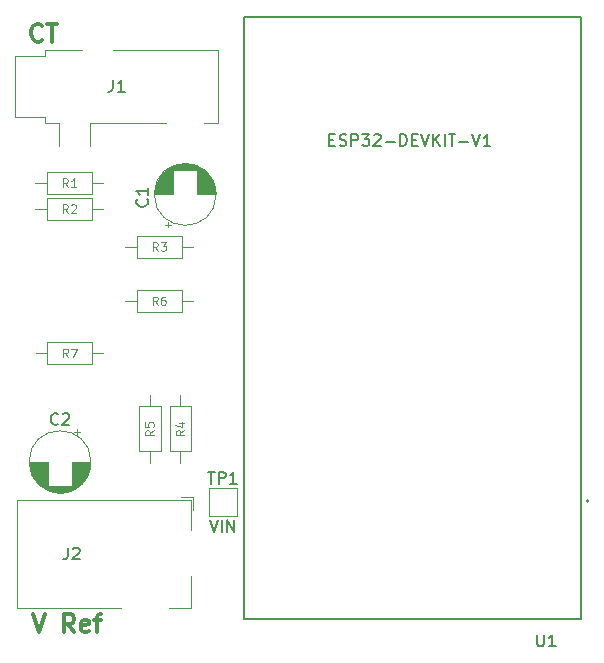
<source format=gbr>
%TF.GenerationSoftware,KiCad,Pcbnew,7.0.2-6a45011f42~172~ubuntu22.04.1*%
%TF.CreationDate,2023-05-01T21:07:46+01:00*%
%TF.ProjectId,esp32-emon,65737033-322d-4656-9d6f-6e2e6b696361,rev?*%
%TF.SameCoordinates,Original*%
%TF.FileFunction,Legend,Top*%
%TF.FilePolarity,Positive*%
%FSLAX46Y46*%
G04 Gerber Fmt 4.6, Leading zero omitted, Abs format (unit mm)*
G04 Created by KiCad (PCBNEW 7.0.2-6a45011f42~172~ubuntu22.04.1) date 2023-05-01 21:07:46*
%MOMM*%
%LPD*%
G01*
G04 APERTURE LIST*
%ADD10C,0.300000*%
%ADD11C,0.150000*%
%ADD12C,0.108000*%
%ADD13C,0.120000*%
%ADD14C,0.127000*%
%ADD15C,0.200000*%
G04 APERTURE END LIST*
D10*
X143092857Y-30073571D02*
X143021429Y-30145000D01*
X143021429Y-30145000D02*
X142807143Y-30216428D01*
X142807143Y-30216428D02*
X142664286Y-30216428D01*
X142664286Y-30216428D02*
X142450000Y-30145000D01*
X142450000Y-30145000D02*
X142307143Y-30002142D01*
X142307143Y-30002142D02*
X142235714Y-29859285D01*
X142235714Y-29859285D02*
X142164286Y-29573571D01*
X142164286Y-29573571D02*
X142164286Y-29359285D01*
X142164286Y-29359285D02*
X142235714Y-29073571D01*
X142235714Y-29073571D02*
X142307143Y-28930714D01*
X142307143Y-28930714D02*
X142450000Y-28787857D01*
X142450000Y-28787857D02*
X142664286Y-28716428D01*
X142664286Y-28716428D02*
X142807143Y-28716428D01*
X142807143Y-28716428D02*
X143021429Y-28787857D01*
X143021429Y-28787857D02*
X143092857Y-28859285D01*
X143521429Y-28716428D02*
X144378572Y-28716428D01*
X143950000Y-30216428D02*
X143950000Y-28716428D01*
X142307143Y-78716428D02*
X142807143Y-80216428D01*
X142807143Y-80216428D02*
X143307143Y-78716428D01*
X145807142Y-80216428D02*
X145307142Y-79502142D01*
X144949999Y-80216428D02*
X144949999Y-78716428D01*
X144949999Y-78716428D02*
X145521428Y-78716428D01*
X145521428Y-78716428D02*
X145664285Y-78787857D01*
X145664285Y-78787857D02*
X145735714Y-78859285D01*
X145735714Y-78859285D02*
X145807142Y-79002142D01*
X145807142Y-79002142D02*
X145807142Y-79216428D01*
X145807142Y-79216428D02*
X145735714Y-79359285D01*
X145735714Y-79359285D02*
X145664285Y-79430714D01*
X145664285Y-79430714D02*
X145521428Y-79502142D01*
X145521428Y-79502142D02*
X144949999Y-79502142D01*
X147021428Y-80145000D02*
X146878571Y-80216428D01*
X146878571Y-80216428D02*
X146592857Y-80216428D01*
X146592857Y-80216428D02*
X146449999Y-80145000D01*
X146449999Y-80145000D02*
X146378571Y-80002142D01*
X146378571Y-80002142D02*
X146378571Y-79430714D01*
X146378571Y-79430714D02*
X146449999Y-79287857D01*
X146449999Y-79287857D02*
X146592857Y-79216428D01*
X146592857Y-79216428D02*
X146878571Y-79216428D01*
X146878571Y-79216428D02*
X147021428Y-79287857D01*
X147021428Y-79287857D02*
X147092857Y-79430714D01*
X147092857Y-79430714D02*
X147092857Y-79573571D01*
X147092857Y-79573571D02*
X146378571Y-79716428D01*
X147521428Y-79216428D02*
X148092856Y-79216428D01*
X147735713Y-80216428D02*
X147735713Y-78930714D01*
X147735713Y-78930714D02*
X147807142Y-78787857D01*
X147807142Y-78787857D02*
X147949999Y-78716428D01*
X147949999Y-78716428D02*
X148092856Y-78716428D01*
D11*
%TO.C,C2*%
X144433333Y-62567380D02*
X144385714Y-62615000D01*
X144385714Y-62615000D02*
X144242857Y-62662619D01*
X144242857Y-62662619D02*
X144147619Y-62662619D01*
X144147619Y-62662619D02*
X144004762Y-62615000D01*
X144004762Y-62615000D02*
X143909524Y-62519761D01*
X143909524Y-62519761D02*
X143861905Y-62424523D01*
X143861905Y-62424523D02*
X143814286Y-62234047D01*
X143814286Y-62234047D02*
X143814286Y-62091190D01*
X143814286Y-62091190D02*
X143861905Y-61900714D01*
X143861905Y-61900714D02*
X143909524Y-61805476D01*
X143909524Y-61805476D02*
X144004762Y-61710238D01*
X144004762Y-61710238D02*
X144147619Y-61662619D01*
X144147619Y-61662619D02*
X144242857Y-61662619D01*
X144242857Y-61662619D02*
X144385714Y-61710238D01*
X144385714Y-61710238D02*
X144433333Y-61757857D01*
X144814286Y-61757857D02*
X144861905Y-61710238D01*
X144861905Y-61710238D02*
X144957143Y-61662619D01*
X144957143Y-61662619D02*
X145195238Y-61662619D01*
X145195238Y-61662619D02*
X145290476Y-61710238D01*
X145290476Y-61710238D02*
X145338095Y-61757857D01*
X145338095Y-61757857D02*
X145385714Y-61853095D01*
X145385714Y-61853095D02*
X145385714Y-61948333D01*
X145385714Y-61948333D02*
X145338095Y-62091190D01*
X145338095Y-62091190D02*
X144766667Y-62662619D01*
X144766667Y-62662619D02*
X145385714Y-62662619D01*
%TO.C,U1*%
X184993095Y-80422619D02*
X184993095Y-81232142D01*
X184993095Y-81232142D02*
X185040714Y-81327380D01*
X185040714Y-81327380D02*
X185088333Y-81375000D01*
X185088333Y-81375000D02*
X185183571Y-81422619D01*
X185183571Y-81422619D02*
X185374047Y-81422619D01*
X185374047Y-81422619D02*
X185469285Y-81375000D01*
X185469285Y-81375000D02*
X185516904Y-81327380D01*
X185516904Y-81327380D02*
X185564523Y-81232142D01*
X185564523Y-81232142D02*
X185564523Y-80422619D01*
X186564523Y-81422619D02*
X185993095Y-81422619D01*
X186278809Y-81422619D02*
X186278809Y-80422619D01*
X186278809Y-80422619D02*
X186183571Y-80565476D01*
X186183571Y-80565476D02*
X186088333Y-80660714D01*
X186088333Y-80660714D02*
X185993095Y-80708333D01*
X167414286Y-38538809D02*
X167747619Y-38538809D01*
X167890476Y-39062619D02*
X167414286Y-39062619D01*
X167414286Y-39062619D02*
X167414286Y-38062619D01*
X167414286Y-38062619D02*
X167890476Y-38062619D01*
X168271429Y-39015000D02*
X168414286Y-39062619D01*
X168414286Y-39062619D02*
X168652381Y-39062619D01*
X168652381Y-39062619D02*
X168747619Y-39015000D01*
X168747619Y-39015000D02*
X168795238Y-38967380D01*
X168795238Y-38967380D02*
X168842857Y-38872142D01*
X168842857Y-38872142D02*
X168842857Y-38776904D01*
X168842857Y-38776904D02*
X168795238Y-38681666D01*
X168795238Y-38681666D02*
X168747619Y-38634047D01*
X168747619Y-38634047D02*
X168652381Y-38586428D01*
X168652381Y-38586428D02*
X168461905Y-38538809D01*
X168461905Y-38538809D02*
X168366667Y-38491190D01*
X168366667Y-38491190D02*
X168319048Y-38443571D01*
X168319048Y-38443571D02*
X168271429Y-38348333D01*
X168271429Y-38348333D02*
X168271429Y-38253095D01*
X168271429Y-38253095D02*
X168319048Y-38157857D01*
X168319048Y-38157857D02*
X168366667Y-38110238D01*
X168366667Y-38110238D02*
X168461905Y-38062619D01*
X168461905Y-38062619D02*
X168700000Y-38062619D01*
X168700000Y-38062619D02*
X168842857Y-38110238D01*
X169271429Y-39062619D02*
X169271429Y-38062619D01*
X169271429Y-38062619D02*
X169652381Y-38062619D01*
X169652381Y-38062619D02*
X169747619Y-38110238D01*
X169747619Y-38110238D02*
X169795238Y-38157857D01*
X169795238Y-38157857D02*
X169842857Y-38253095D01*
X169842857Y-38253095D02*
X169842857Y-38395952D01*
X169842857Y-38395952D02*
X169795238Y-38491190D01*
X169795238Y-38491190D02*
X169747619Y-38538809D01*
X169747619Y-38538809D02*
X169652381Y-38586428D01*
X169652381Y-38586428D02*
X169271429Y-38586428D01*
X170176191Y-38062619D02*
X170795238Y-38062619D01*
X170795238Y-38062619D02*
X170461905Y-38443571D01*
X170461905Y-38443571D02*
X170604762Y-38443571D01*
X170604762Y-38443571D02*
X170700000Y-38491190D01*
X170700000Y-38491190D02*
X170747619Y-38538809D01*
X170747619Y-38538809D02*
X170795238Y-38634047D01*
X170795238Y-38634047D02*
X170795238Y-38872142D01*
X170795238Y-38872142D02*
X170747619Y-38967380D01*
X170747619Y-38967380D02*
X170700000Y-39015000D01*
X170700000Y-39015000D02*
X170604762Y-39062619D01*
X170604762Y-39062619D02*
X170319048Y-39062619D01*
X170319048Y-39062619D02*
X170223810Y-39015000D01*
X170223810Y-39015000D02*
X170176191Y-38967380D01*
X171176191Y-38157857D02*
X171223810Y-38110238D01*
X171223810Y-38110238D02*
X171319048Y-38062619D01*
X171319048Y-38062619D02*
X171557143Y-38062619D01*
X171557143Y-38062619D02*
X171652381Y-38110238D01*
X171652381Y-38110238D02*
X171700000Y-38157857D01*
X171700000Y-38157857D02*
X171747619Y-38253095D01*
X171747619Y-38253095D02*
X171747619Y-38348333D01*
X171747619Y-38348333D02*
X171700000Y-38491190D01*
X171700000Y-38491190D02*
X171128572Y-39062619D01*
X171128572Y-39062619D02*
X171747619Y-39062619D01*
X172176191Y-38681666D02*
X172938096Y-38681666D01*
X173414286Y-39062619D02*
X173414286Y-38062619D01*
X173414286Y-38062619D02*
X173652381Y-38062619D01*
X173652381Y-38062619D02*
X173795238Y-38110238D01*
X173795238Y-38110238D02*
X173890476Y-38205476D01*
X173890476Y-38205476D02*
X173938095Y-38300714D01*
X173938095Y-38300714D02*
X173985714Y-38491190D01*
X173985714Y-38491190D02*
X173985714Y-38634047D01*
X173985714Y-38634047D02*
X173938095Y-38824523D01*
X173938095Y-38824523D02*
X173890476Y-38919761D01*
X173890476Y-38919761D02*
X173795238Y-39015000D01*
X173795238Y-39015000D02*
X173652381Y-39062619D01*
X173652381Y-39062619D02*
X173414286Y-39062619D01*
X174414286Y-38538809D02*
X174747619Y-38538809D01*
X174890476Y-39062619D02*
X174414286Y-39062619D01*
X174414286Y-39062619D02*
X174414286Y-38062619D01*
X174414286Y-38062619D02*
X174890476Y-38062619D01*
X175176191Y-38062619D02*
X175509524Y-39062619D01*
X175509524Y-39062619D02*
X175842857Y-38062619D01*
X176176191Y-39062619D02*
X176176191Y-38062619D01*
X176747619Y-39062619D02*
X176319048Y-38491190D01*
X176747619Y-38062619D02*
X176176191Y-38634047D01*
X177176191Y-39062619D02*
X177176191Y-38062619D01*
X177509524Y-38062619D02*
X178080952Y-38062619D01*
X177795238Y-39062619D02*
X177795238Y-38062619D01*
X178414286Y-38681666D02*
X179176191Y-38681666D01*
X179509524Y-38062619D02*
X179842857Y-39062619D01*
X179842857Y-39062619D02*
X180176190Y-38062619D01*
X181033333Y-39062619D02*
X180461905Y-39062619D01*
X180747619Y-39062619D02*
X180747619Y-38062619D01*
X180747619Y-38062619D02*
X180652381Y-38205476D01*
X180652381Y-38205476D02*
X180557143Y-38300714D01*
X180557143Y-38300714D02*
X180461905Y-38348333D01*
D12*
%TO.C,R4*%
X155133085Y-63119999D02*
X154790228Y-63359999D01*
X155133085Y-63531428D02*
X154413085Y-63531428D01*
X154413085Y-63531428D02*
X154413085Y-63257142D01*
X154413085Y-63257142D02*
X154447371Y-63188571D01*
X154447371Y-63188571D02*
X154481657Y-63154285D01*
X154481657Y-63154285D02*
X154550228Y-63119999D01*
X154550228Y-63119999D02*
X154653085Y-63119999D01*
X154653085Y-63119999D02*
X154721657Y-63154285D01*
X154721657Y-63154285D02*
X154755942Y-63188571D01*
X154755942Y-63188571D02*
X154790228Y-63257142D01*
X154790228Y-63257142D02*
X154790228Y-63531428D01*
X154653085Y-62502857D02*
X155133085Y-62502857D01*
X154378800Y-62674285D02*
X154893085Y-62845714D01*
X154893085Y-62845714D02*
X154893085Y-62399999D01*
%TO.C,R3*%
X152890000Y-47933085D02*
X152650000Y-47590228D01*
X152478571Y-47933085D02*
X152478571Y-47213085D01*
X152478571Y-47213085D02*
X152752857Y-47213085D01*
X152752857Y-47213085D02*
X152821428Y-47247371D01*
X152821428Y-47247371D02*
X152855714Y-47281657D01*
X152855714Y-47281657D02*
X152890000Y-47350228D01*
X152890000Y-47350228D02*
X152890000Y-47453085D01*
X152890000Y-47453085D02*
X152855714Y-47521657D01*
X152855714Y-47521657D02*
X152821428Y-47555942D01*
X152821428Y-47555942D02*
X152752857Y-47590228D01*
X152752857Y-47590228D02*
X152478571Y-47590228D01*
X153130000Y-47213085D02*
X153575714Y-47213085D01*
X153575714Y-47213085D02*
X153335714Y-47487371D01*
X153335714Y-47487371D02*
X153438571Y-47487371D01*
X153438571Y-47487371D02*
X153507143Y-47521657D01*
X153507143Y-47521657D02*
X153541428Y-47555942D01*
X153541428Y-47555942D02*
X153575714Y-47624514D01*
X153575714Y-47624514D02*
X153575714Y-47795942D01*
X153575714Y-47795942D02*
X153541428Y-47864514D01*
X153541428Y-47864514D02*
X153507143Y-47898800D01*
X153507143Y-47898800D02*
X153438571Y-47933085D01*
X153438571Y-47933085D02*
X153232857Y-47933085D01*
X153232857Y-47933085D02*
X153164285Y-47898800D01*
X153164285Y-47898800D02*
X153130000Y-47864514D01*
D11*
%TO.C,TP1*%
X157138095Y-66664619D02*
X157709523Y-66664619D01*
X157423809Y-67664619D02*
X157423809Y-66664619D01*
X158042857Y-67664619D02*
X158042857Y-66664619D01*
X158042857Y-66664619D02*
X158423809Y-66664619D01*
X158423809Y-66664619D02*
X158519047Y-66712238D01*
X158519047Y-66712238D02*
X158566666Y-66759857D01*
X158566666Y-66759857D02*
X158614285Y-66855095D01*
X158614285Y-66855095D02*
X158614285Y-66997952D01*
X158614285Y-66997952D02*
X158566666Y-67093190D01*
X158566666Y-67093190D02*
X158519047Y-67140809D01*
X158519047Y-67140809D02*
X158423809Y-67188428D01*
X158423809Y-67188428D02*
X158042857Y-67188428D01*
X159566666Y-67664619D02*
X158995238Y-67664619D01*
X159280952Y-67664619D02*
X159280952Y-66664619D01*
X159280952Y-66664619D02*
X159185714Y-66807476D01*
X159185714Y-66807476D02*
X159090476Y-66902714D01*
X159090476Y-66902714D02*
X158995238Y-66950333D01*
X157304762Y-70712619D02*
X157638095Y-71712619D01*
X157638095Y-71712619D02*
X157971428Y-70712619D01*
X158304762Y-71712619D02*
X158304762Y-70712619D01*
X158780952Y-71712619D02*
X158780952Y-70712619D01*
X158780952Y-70712619D02*
X159352380Y-71712619D01*
X159352380Y-71712619D02*
X159352380Y-70712619D01*
D12*
%TO.C,R2*%
X145270000Y-44733085D02*
X145030000Y-44390228D01*
X144858571Y-44733085D02*
X144858571Y-44013085D01*
X144858571Y-44013085D02*
X145132857Y-44013085D01*
X145132857Y-44013085D02*
X145201428Y-44047371D01*
X145201428Y-44047371D02*
X145235714Y-44081657D01*
X145235714Y-44081657D02*
X145270000Y-44150228D01*
X145270000Y-44150228D02*
X145270000Y-44253085D01*
X145270000Y-44253085D02*
X145235714Y-44321657D01*
X145235714Y-44321657D02*
X145201428Y-44355942D01*
X145201428Y-44355942D02*
X145132857Y-44390228D01*
X145132857Y-44390228D02*
X144858571Y-44390228D01*
X145544285Y-44081657D02*
X145578571Y-44047371D01*
X145578571Y-44047371D02*
X145647143Y-44013085D01*
X145647143Y-44013085D02*
X145818571Y-44013085D01*
X145818571Y-44013085D02*
X145887143Y-44047371D01*
X145887143Y-44047371D02*
X145921428Y-44081657D01*
X145921428Y-44081657D02*
X145955714Y-44150228D01*
X145955714Y-44150228D02*
X145955714Y-44218800D01*
X145955714Y-44218800D02*
X145921428Y-44321657D01*
X145921428Y-44321657D02*
X145510000Y-44733085D01*
X145510000Y-44733085D02*
X145955714Y-44733085D01*
%TO.C,R1*%
X145270000Y-42533085D02*
X145030000Y-42190228D01*
X144858571Y-42533085D02*
X144858571Y-41813085D01*
X144858571Y-41813085D02*
X145132857Y-41813085D01*
X145132857Y-41813085D02*
X145201428Y-41847371D01*
X145201428Y-41847371D02*
X145235714Y-41881657D01*
X145235714Y-41881657D02*
X145270000Y-41950228D01*
X145270000Y-41950228D02*
X145270000Y-42053085D01*
X145270000Y-42053085D02*
X145235714Y-42121657D01*
X145235714Y-42121657D02*
X145201428Y-42155942D01*
X145201428Y-42155942D02*
X145132857Y-42190228D01*
X145132857Y-42190228D02*
X144858571Y-42190228D01*
X145955714Y-42533085D02*
X145544285Y-42533085D01*
X145750000Y-42533085D02*
X145750000Y-41813085D01*
X145750000Y-41813085D02*
X145681428Y-41915942D01*
X145681428Y-41915942D02*
X145612857Y-41984514D01*
X145612857Y-41984514D02*
X145544285Y-42018800D01*
D11*
%TO.C,J2*%
X145266666Y-73062619D02*
X145266666Y-73776904D01*
X145266666Y-73776904D02*
X145219047Y-73919761D01*
X145219047Y-73919761D02*
X145123809Y-74015000D01*
X145123809Y-74015000D02*
X144980952Y-74062619D01*
X144980952Y-74062619D02*
X144885714Y-74062619D01*
X145695238Y-73157857D02*
X145742857Y-73110238D01*
X145742857Y-73110238D02*
X145838095Y-73062619D01*
X145838095Y-73062619D02*
X146076190Y-73062619D01*
X146076190Y-73062619D02*
X146171428Y-73110238D01*
X146171428Y-73110238D02*
X146219047Y-73157857D01*
X146219047Y-73157857D02*
X146266666Y-73253095D01*
X146266666Y-73253095D02*
X146266666Y-73348333D01*
X146266666Y-73348333D02*
X146219047Y-73491190D01*
X146219047Y-73491190D02*
X145647619Y-74062619D01*
X145647619Y-74062619D02*
X146266666Y-74062619D01*
%TO.C,J1*%
X149066666Y-33462619D02*
X149066666Y-34176904D01*
X149066666Y-34176904D02*
X149019047Y-34319761D01*
X149019047Y-34319761D02*
X148923809Y-34415000D01*
X148923809Y-34415000D02*
X148780952Y-34462619D01*
X148780952Y-34462619D02*
X148685714Y-34462619D01*
X150066666Y-34462619D02*
X149495238Y-34462619D01*
X149780952Y-34462619D02*
X149780952Y-33462619D01*
X149780952Y-33462619D02*
X149685714Y-33605476D01*
X149685714Y-33605476D02*
X149590476Y-33700714D01*
X149590476Y-33700714D02*
X149495238Y-33748333D01*
D12*
%TO.C,R5*%
X152533085Y-63119999D02*
X152190228Y-63359999D01*
X152533085Y-63531428D02*
X151813085Y-63531428D01*
X151813085Y-63531428D02*
X151813085Y-63257142D01*
X151813085Y-63257142D02*
X151847371Y-63188571D01*
X151847371Y-63188571D02*
X151881657Y-63154285D01*
X151881657Y-63154285D02*
X151950228Y-63119999D01*
X151950228Y-63119999D02*
X152053085Y-63119999D01*
X152053085Y-63119999D02*
X152121657Y-63154285D01*
X152121657Y-63154285D02*
X152155942Y-63188571D01*
X152155942Y-63188571D02*
X152190228Y-63257142D01*
X152190228Y-63257142D02*
X152190228Y-63531428D01*
X151813085Y-62468571D02*
X151813085Y-62811428D01*
X151813085Y-62811428D02*
X152155942Y-62845714D01*
X152155942Y-62845714D02*
X152121657Y-62811428D01*
X152121657Y-62811428D02*
X152087371Y-62742857D01*
X152087371Y-62742857D02*
X152087371Y-62571428D01*
X152087371Y-62571428D02*
X152121657Y-62502857D01*
X152121657Y-62502857D02*
X152155942Y-62468571D01*
X152155942Y-62468571D02*
X152224514Y-62434285D01*
X152224514Y-62434285D02*
X152395942Y-62434285D01*
X152395942Y-62434285D02*
X152464514Y-62468571D01*
X152464514Y-62468571D02*
X152498800Y-62502857D01*
X152498800Y-62502857D02*
X152533085Y-62571428D01*
X152533085Y-62571428D02*
X152533085Y-62742857D01*
X152533085Y-62742857D02*
X152498800Y-62811428D01*
X152498800Y-62811428D02*
X152464514Y-62845714D01*
%TO.C,R6*%
X152880000Y-52533085D02*
X152640000Y-52190228D01*
X152468571Y-52533085D02*
X152468571Y-51813085D01*
X152468571Y-51813085D02*
X152742857Y-51813085D01*
X152742857Y-51813085D02*
X152811428Y-51847371D01*
X152811428Y-51847371D02*
X152845714Y-51881657D01*
X152845714Y-51881657D02*
X152880000Y-51950228D01*
X152880000Y-51950228D02*
X152880000Y-52053085D01*
X152880000Y-52053085D02*
X152845714Y-52121657D01*
X152845714Y-52121657D02*
X152811428Y-52155942D01*
X152811428Y-52155942D02*
X152742857Y-52190228D01*
X152742857Y-52190228D02*
X152468571Y-52190228D01*
X153497143Y-51813085D02*
X153360000Y-51813085D01*
X153360000Y-51813085D02*
X153291428Y-51847371D01*
X153291428Y-51847371D02*
X153257143Y-51881657D01*
X153257143Y-51881657D02*
X153188571Y-51984514D01*
X153188571Y-51984514D02*
X153154285Y-52121657D01*
X153154285Y-52121657D02*
X153154285Y-52395942D01*
X153154285Y-52395942D02*
X153188571Y-52464514D01*
X153188571Y-52464514D02*
X153222857Y-52498800D01*
X153222857Y-52498800D02*
X153291428Y-52533085D01*
X153291428Y-52533085D02*
X153428571Y-52533085D01*
X153428571Y-52533085D02*
X153497143Y-52498800D01*
X153497143Y-52498800D02*
X153531428Y-52464514D01*
X153531428Y-52464514D02*
X153565714Y-52395942D01*
X153565714Y-52395942D02*
X153565714Y-52224514D01*
X153565714Y-52224514D02*
X153531428Y-52155942D01*
X153531428Y-52155942D02*
X153497143Y-52121657D01*
X153497143Y-52121657D02*
X153428571Y-52087371D01*
X153428571Y-52087371D02*
X153291428Y-52087371D01*
X153291428Y-52087371D02*
X153222857Y-52121657D01*
X153222857Y-52121657D02*
X153188571Y-52155942D01*
X153188571Y-52155942D02*
X153154285Y-52224514D01*
D11*
%TO.C,C1*%
X151967380Y-43566666D02*
X152015000Y-43614285D01*
X152015000Y-43614285D02*
X152062619Y-43757142D01*
X152062619Y-43757142D02*
X152062619Y-43852380D01*
X152062619Y-43852380D02*
X152015000Y-43995237D01*
X152015000Y-43995237D02*
X151919761Y-44090475D01*
X151919761Y-44090475D02*
X151824523Y-44138094D01*
X151824523Y-44138094D02*
X151634047Y-44185713D01*
X151634047Y-44185713D02*
X151491190Y-44185713D01*
X151491190Y-44185713D02*
X151300714Y-44138094D01*
X151300714Y-44138094D02*
X151205476Y-44090475D01*
X151205476Y-44090475D02*
X151110238Y-43995237D01*
X151110238Y-43995237D02*
X151062619Y-43852380D01*
X151062619Y-43852380D02*
X151062619Y-43757142D01*
X151062619Y-43757142D02*
X151110238Y-43614285D01*
X151110238Y-43614285D02*
X151157857Y-43566666D01*
X152062619Y-42614285D02*
X152062619Y-43185713D01*
X152062619Y-42899999D02*
X151062619Y-42899999D01*
X151062619Y-42899999D02*
X151205476Y-42995237D01*
X151205476Y-42995237D02*
X151300714Y-43090475D01*
X151300714Y-43090475D02*
X151348333Y-43185713D01*
D12*
%TO.C,R7*%
X145280000Y-56933085D02*
X145040000Y-56590228D01*
X144868571Y-56933085D02*
X144868571Y-56213085D01*
X144868571Y-56213085D02*
X145142857Y-56213085D01*
X145142857Y-56213085D02*
X145211428Y-56247371D01*
X145211428Y-56247371D02*
X145245714Y-56281657D01*
X145245714Y-56281657D02*
X145280000Y-56350228D01*
X145280000Y-56350228D02*
X145280000Y-56453085D01*
X145280000Y-56453085D02*
X145245714Y-56521657D01*
X145245714Y-56521657D02*
X145211428Y-56555942D01*
X145211428Y-56555942D02*
X145142857Y-56590228D01*
X145142857Y-56590228D02*
X144868571Y-56590228D01*
X145520000Y-56213085D02*
X146000000Y-56213085D01*
X146000000Y-56213085D02*
X145691428Y-56933085D01*
D13*
%TO.C,C2*%
X146075000Y-62995225D02*
X146075000Y-63495225D01*
X146325000Y-63245225D02*
X145825000Y-63245225D01*
X147180000Y-65800000D02*
X145640000Y-65800000D01*
X143560000Y-65800000D02*
X142020000Y-65800000D01*
X147180000Y-65840000D02*
X145640000Y-65840000D01*
X143560000Y-65840000D02*
X142020000Y-65840000D01*
X147179000Y-65880000D02*
X145640000Y-65880000D01*
X143560000Y-65880000D02*
X142021000Y-65880000D01*
X147178000Y-65920000D02*
X145640000Y-65920000D01*
X143560000Y-65920000D02*
X142022000Y-65920000D01*
X147176000Y-65960000D02*
X145640000Y-65960000D01*
X143560000Y-65960000D02*
X142024000Y-65960000D01*
X147173000Y-66000000D02*
X145640000Y-66000000D01*
X143560000Y-66000000D02*
X142027000Y-66000000D01*
X147169000Y-66040000D02*
X145640000Y-66040000D01*
X143560000Y-66040000D02*
X142031000Y-66040000D01*
X147165000Y-66080000D02*
X145640000Y-66080000D01*
X143560000Y-66080000D02*
X142035000Y-66080000D01*
X147161000Y-66120000D02*
X145640000Y-66120000D01*
X143560000Y-66120000D02*
X142039000Y-66120000D01*
X147156000Y-66160000D02*
X145640000Y-66160000D01*
X143560000Y-66160000D02*
X142044000Y-66160000D01*
X147150000Y-66200000D02*
X145640000Y-66200000D01*
X143560000Y-66200000D02*
X142050000Y-66200000D01*
X147143000Y-66240000D02*
X145640000Y-66240000D01*
X143560000Y-66240000D02*
X142057000Y-66240000D01*
X147136000Y-66280000D02*
X145640000Y-66280000D01*
X143560000Y-66280000D02*
X142064000Y-66280000D01*
X147128000Y-66320000D02*
X145640000Y-66320000D01*
X143560000Y-66320000D02*
X142072000Y-66320000D01*
X147120000Y-66360000D02*
X145640000Y-66360000D01*
X143560000Y-66360000D02*
X142080000Y-66360000D01*
X147111000Y-66400000D02*
X145640000Y-66400000D01*
X143560000Y-66400000D02*
X142089000Y-66400000D01*
X147101000Y-66440000D02*
X145640000Y-66440000D01*
X143560000Y-66440000D02*
X142099000Y-66440000D01*
X147091000Y-66480000D02*
X145640000Y-66480000D01*
X143560000Y-66480000D02*
X142109000Y-66480000D01*
X147080000Y-66521000D02*
X145640000Y-66521000D01*
X143560000Y-66521000D02*
X142120000Y-66521000D01*
X147068000Y-66561000D02*
X145640000Y-66561000D01*
X143560000Y-66561000D02*
X142132000Y-66561000D01*
X147055000Y-66601000D02*
X145640000Y-66601000D01*
X143560000Y-66601000D02*
X142145000Y-66601000D01*
X147042000Y-66641000D02*
X145640000Y-66641000D01*
X143560000Y-66641000D02*
X142158000Y-66641000D01*
X147028000Y-66681000D02*
X145640000Y-66681000D01*
X143560000Y-66681000D02*
X142172000Y-66681000D01*
X147014000Y-66721000D02*
X145640000Y-66721000D01*
X143560000Y-66721000D02*
X142186000Y-66721000D01*
X146998000Y-66761000D02*
X145640000Y-66761000D01*
X143560000Y-66761000D02*
X142202000Y-66761000D01*
X146982000Y-66801000D02*
X145640000Y-66801000D01*
X143560000Y-66801000D02*
X142218000Y-66801000D01*
X146965000Y-66841000D02*
X145640000Y-66841000D01*
X143560000Y-66841000D02*
X142235000Y-66841000D01*
X146948000Y-66881000D02*
X145640000Y-66881000D01*
X143560000Y-66881000D02*
X142252000Y-66881000D01*
X146929000Y-66921000D02*
X145640000Y-66921000D01*
X143560000Y-66921000D02*
X142271000Y-66921000D01*
X146910000Y-66961000D02*
X145640000Y-66961000D01*
X143560000Y-66961000D02*
X142290000Y-66961000D01*
X146890000Y-67001000D02*
X145640000Y-67001000D01*
X143560000Y-67001000D02*
X142310000Y-67001000D01*
X146868000Y-67041000D02*
X145640000Y-67041000D01*
X143560000Y-67041000D02*
X142332000Y-67041000D01*
X146847000Y-67081000D02*
X145640000Y-67081000D01*
X143560000Y-67081000D02*
X142353000Y-67081000D01*
X146824000Y-67121000D02*
X145640000Y-67121000D01*
X143560000Y-67121000D02*
X142376000Y-67121000D01*
X146800000Y-67161000D02*
X145640000Y-67161000D01*
X143560000Y-67161000D02*
X142400000Y-67161000D01*
X146775000Y-67201000D02*
X145640000Y-67201000D01*
X143560000Y-67201000D02*
X142425000Y-67201000D01*
X146749000Y-67241000D02*
X145640000Y-67241000D01*
X143560000Y-67241000D02*
X142451000Y-67241000D01*
X146722000Y-67281000D02*
X145640000Y-67281000D01*
X143560000Y-67281000D02*
X142478000Y-67281000D01*
X146695000Y-67321000D02*
X145640000Y-67321000D01*
X143560000Y-67321000D02*
X142505000Y-67321000D01*
X146665000Y-67361000D02*
X145640000Y-67361000D01*
X143560000Y-67361000D02*
X142535000Y-67361000D01*
X146635000Y-67401000D02*
X145640000Y-67401000D01*
X143560000Y-67401000D02*
X142565000Y-67401000D01*
X146604000Y-67441000D02*
X145640000Y-67441000D01*
X143560000Y-67441000D02*
X142596000Y-67441000D01*
X146571000Y-67481000D02*
X145640000Y-67481000D01*
X143560000Y-67481000D02*
X142629000Y-67481000D01*
X146537000Y-67521000D02*
X145640000Y-67521000D01*
X143560000Y-67521000D02*
X142663000Y-67521000D01*
X146501000Y-67561000D02*
X145640000Y-67561000D01*
X143560000Y-67561000D02*
X142699000Y-67561000D01*
X146464000Y-67601000D02*
X145640000Y-67601000D01*
X143560000Y-67601000D02*
X142736000Y-67601000D01*
X146426000Y-67641000D02*
X145640000Y-67641000D01*
X143560000Y-67641000D02*
X142774000Y-67641000D01*
X146385000Y-67681000D02*
X145640000Y-67681000D01*
X143560000Y-67681000D02*
X142815000Y-67681000D01*
X146343000Y-67721000D02*
X145640000Y-67721000D01*
X143560000Y-67721000D02*
X142857000Y-67721000D01*
X146299000Y-67761000D02*
X145640000Y-67761000D01*
X143560000Y-67761000D02*
X142901000Y-67761000D01*
X146253000Y-67801000D02*
X145640000Y-67801000D01*
X143560000Y-67801000D02*
X142947000Y-67801000D01*
X146205000Y-67841000D02*
X142995000Y-67841000D01*
X146154000Y-67881000D02*
X143046000Y-67881000D01*
X146100000Y-67921000D02*
X143100000Y-67921000D01*
X146043000Y-67961000D02*
X143157000Y-67961000D01*
X145983000Y-68001000D02*
X143217000Y-68001000D01*
X145919000Y-68041000D02*
X143281000Y-68041000D01*
X145851000Y-68081000D02*
X143349000Y-68081000D01*
X145778000Y-68121000D02*
X143422000Y-68121000D01*
X145698000Y-68161000D02*
X143502000Y-68161000D01*
X145611000Y-68201000D02*
X143589000Y-68201000D01*
X145515000Y-68241000D02*
X143685000Y-68241000D01*
X145405000Y-68281000D02*
X143795000Y-68281000D01*
X145277000Y-68321000D02*
X143923000Y-68321000D01*
X145118000Y-68361000D02*
X144082000Y-68361000D01*
X144884000Y-68401000D02*
X144316000Y-68401000D01*
X147220000Y-65800000D02*
G75*
G03*
X147220000Y-65800000I-2620000J0D01*
G01*
D14*
%TO.C,U1*%
X188680000Y-79075000D02*
X177611000Y-79075000D01*
X188680000Y-79075000D02*
X160170000Y-79075000D01*
X188680000Y-28125000D02*
X188680000Y-79075000D01*
X188680000Y-28125000D02*
X188680000Y-79075000D01*
X188680000Y-28125000D02*
X183310000Y-28125000D01*
X183310000Y-28125000D02*
X165620000Y-28125000D01*
X177611000Y-79075000D02*
X170900000Y-79075000D01*
X170900000Y-79075000D02*
X160170000Y-79075000D01*
X165620000Y-28125000D02*
X160170000Y-28125000D01*
X160170000Y-79075000D02*
X160170000Y-28125000D01*
X160170000Y-79075000D02*
X160170000Y-28125000D01*
X160170000Y-28125000D02*
X188680000Y-28125000D01*
D15*
X189350000Y-69115000D02*
G75*
G03*
X189350000Y-69115000I-100000J0D01*
G01*
D13*
%TO.C,R4*%
X154800000Y-60130000D02*
X154800000Y-61080000D01*
X155720000Y-61080000D02*
X153880000Y-61080000D01*
X153880000Y-61080000D02*
X153880000Y-64920000D01*
X155720000Y-64920000D02*
X155720000Y-61080000D01*
X153880000Y-64920000D02*
X155720000Y-64920000D01*
X154800000Y-65870000D02*
X154800000Y-64920000D01*
%TO.C,R3*%
X150140000Y-47600000D02*
X151090000Y-47600000D01*
X151090000Y-46680000D02*
X151090000Y-48520000D01*
X151090000Y-48520000D02*
X154930000Y-48520000D01*
X154930000Y-46680000D02*
X151090000Y-46680000D01*
X154930000Y-48520000D02*
X154930000Y-46680000D01*
X155880000Y-47600000D02*
X154930000Y-47600000D01*
%TO.C,TP1*%
X157200000Y-68000000D02*
X159600000Y-68000000D01*
X157200000Y-70400000D02*
X157200000Y-68000000D01*
X159600000Y-68000000D02*
X159600000Y-70400000D01*
X159600000Y-70400000D02*
X157200000Y-70400000D01*
%TO.C,R2*%
X142520000Y-44400000D02*
X143470000Y-44400000D01*
X143470000Y-43480000D02*
X143470000Y-45320000D01*
X143470000Y-45320000D02*
X147310000Y-45320000D01*
X147310000Y-43480000D02*
X143470000Y-43480000D01*
X147310000Y-45320000D02*
X147310000Y-43480000D01*
X148260000Y-44400000D02*
X147310000Y-44400000D01*
%TO.C,R1*%
X148260000Y-42200000D02*
X147310000Y-42200000D01*
X147310000Y-43120000D02*
X147310000Y-41280000D01*
X147310000Y-41280000D02*
X143470000Y-41280000D01*
X143470000Y-43120000D02*
X147310000Y-43120000D01*
X143470000Y-41280000D02*
X143470000Y-43120000D01*
X142520000Y-42200000D02*
X143470000Y-42200000D01*
%TO.C,J2*%
X141000000Y-69000000D02*
X155700000Y-69000000D01*
X141000000Y-78200000D02*
X141000000Y-69000000D01*
X149800000Y-78200000D02*
X141000000Y-78200000D01*
X154850000Y-68800000D02*
X155900000Y-68800000D01*
X155700000Y-69000000D02*
X155700000Y-71600000D01*
X155700000Y-75500000D02*
X155700000Y-78200000D01*
X155700000Y-78200000D02*
X153800000Y-78200000D01*
X155900000Y-69850000D02*
X155900000Y-68800000D01*
%TO.C,J1*%
X143300000Y-37100000D02*
X143300000Y-36600000D01*
X144500000Y-37100000D02*
X144500000Y-39100000D01*
X144500000Y-37100000D02*
X143300000Y-37100000D01*
X147100000Y-37100000D02*
X147100000Y-39100000D01*
X153600000Y-37100000D02*
X147100000Y-37100000D01*
X158000000Y-37100000D02*
X156800000Y-37100000D01*
X140800000Y-36600000D02*
X140800000Y-31400000D01*
X143300000Y-36600000D02*
X140800000Y-36600000D01*
X140800000Y-31400000D02*
X143300000Y-31400000D01*
X143300000Y-31400000D02*
X143300000Y-30900000D01*
X143300000Y-30900000D02*
X146500000Y-30900000D01*
X149100000Y-30900000D02*
X158000000Y-30900000D01*
X158000000Y-30900000D02*
X158000000Y-37100000D01*
%TO.C,R5*%
X152200000Y-65870000D02*
X152200000Y-64920000D01*
X151280000Y-64920000D02*
X153120000Y-64920000D01*
X153120000Y-64920000D02*
X153120000Y-61080000D01*
X151280000Y-61080000D02*
X151280000Y-64920000D01*
X153120000Y-61080000D02*
X151280000Y-61080000D01*
X152200000Y-60130000D02*
X152200000Y-61080000D01*
%TO.C,R6*%
X155870000Y-52200000D02*
X154920000Y-52200000D01*
X154920000Y-53120000D02*
X154920000Y-51280000D01*
X154920000Y-51280000D02*
X151080000Y-51280000D01*
X151080000Y-53120000D02*
X154920000Y-53120000D01*
X151080000Y-51280000D02*
X151080000Y-53120000D01*
X150130000Y-52200000D02*
X151080000Y-52200000D01*
%TO.C,C1*%
X153725000Y-45959888D02*
X153725000Y-45459888D01*
X153475000Y-45709888D02*
X153975000Y-45709888D01*
X152620000Y-43155113D02*
X154160000Y-43155113D01*
X156240000Y-43155113D02*
X157780000Y-43155113D01*
X152620000Y-43115113D02*
X154160000Y-43115113D01*
X156240000Y-43115113D02*
X157780000Y-43115113D01*
X152621000Y-43075113D02*
X154160000Y-43075113D01*
X156240000Y-43075113D02*
X157779000Y-43075113D01*
X152622000Y-43035113D02*
X154160000Y-43035113D01*
X156240000Y-43035113D02*
X157778000Y-43035113D01*
X152624000Y-42995113D02*
X154160000Y-42995113D01*
X156240000Y-42995113D02*
X157776000Y-42995113D01*
X152627000Y-42955113D02*
X154160000Y-42955113D01*
X156240000Y-42955113D02*
X157773000Y-42955113D01*
X152631000Y-42915113D02*
X154160000Y-42915113D01*
X156240000Y-42915113D02*
X157769000Y-42915113D01*
X152635000Y-42875113D02*
X154160000Y-42875113D01*
X156240000Y-42875113D02*
X157765000Y-42875113D01*
X152639000Y-42835113D02*
X154160000Y-42835113D01*
X156240000Y-42835113D02*
X157761000Y-42835113D01*
X152644000Y-42795113D02*
X154160000Y-42795113D01*
X156240000Y-42795113D02*
X157756000Y-42795113D01*
X152650000Y-42755113D02*
X154160000Y-42755113D01*
X156240000Y-42755113D02*
X157750000Y-42755113D01*
X152657000Y-42715113D02*
X154160000Y-42715113D01*
X156240000Y-42715113D02*
X157743000Y-42715113D01*
X152664000Y-42675113D02*
X154160000Y-42675113D01*
X156240000Y-42675113D02*
X157736000Y-42675113D01*
X152672000Y-42635113D02*
X154160000Y-42635113D01*
X156240000Y-42635113D02*
X157728000Y-42635113D01*
X152680000Y-42595113D02*
X154160000Y-42595113D01*
X156240000Y-42595113D02*
X157720000Y-42595113D01*
X152689000Y-42555113D02*
X154160000Y-42555113D01*
X156240000Y-42555113D02*
X157711000Y-42555113D01*
X152699000Y-42515113D02*
X154160000Y-42515113D01*
X156240000Y-42515113D02*
X157701000Y-42515113D01*
X152709000Y-42475113D02*
X154160000Y-42475113D01*
X156240000Y-42475113D02*
X157691000Y-42475113D01*
X152720000Y-42434113D02*
X154160000Y-42434113D01*
X156240000Y-42434113D02*
X157680000Y-42434113D01*
X152732000Y-42394113D02*
X154160000Y-42394113D01*
X156240000Y-42394113D02*
X157668000Y-42394113D01*
X152745000Y-42354113D02*
X154160000Y-42354113D01*
X156240000Y-42354113D02*
X157655000Y-42354113D01*
X152758000Y-42314113D02*
X154160000Y-42314113D01*
X156240000Y-42314113D02*
X157642000Y-42314113D01*
X152772000Y-42274113D02*
X154160000Y-42274113D01*
X156240000Y-42274113D02*
X157628000Y-42274113D01*
X152786000Y-42234113D02*
X154160000Y-42234113D01*
X156240000Y-42234113D02*
X157614000Y-42234113D01*
X152802000Y-42194113D02*
X154160000Y-42194113D01*
X156240000Y-42194113D02*
X157598000Y-42194113D01*
X152818000Y-42154113D02*
X154160000Y-42154113D01*
X156240000Y-42154113D02*
X157582000Y-42154113D01*
X152835000Y-42114113D02*
X154160000Y-42114113D01*
X156240000Y-42114113D02*
X157565000Y-42114113D01*
X152852000Y-42074113D02*
X154160000Y-42074113D01*
X156240000Y-42074113D02*
X157548000Y-42074113D01*
X152871000Y-42034113D02*
X154160000Y-42034113D01*
X156240000Y-42034113D02*
X157529000Y-42034113D01*
X152890000Y-41994113D02*
X154160000Y-41994113D01*
X156240000Y-41994113D02*
X157510000Y-41994113D01*
X152910000Y-41954113D02*
X154160000Y-41954113D01*
X156240000Y-41954113D02*
X157490000Y-41954113D01*
X152932000Y-41914113D02*
X154160000Y-41914113D01*
X156240000Y-41914113D02*
X157468000Y-41914113D01*
X152953000Y-41874113D02*
X154160000Y-41874113D01*
X156240000Y-41874113D02*
X157447000Y-41874113D01*
X152976000Y-41834113D02*
X154160000Y-41834113D01*
X156240000Y-41834113D02*
X157424000Y-41834113D01*
X153000000Y-41794113D02*
X154160000Y-41794113D01*
X156240000Y-41794113D02*
X157400000Y-41794113D01*
X153025000Y-41754113D02*
X154160000Y-41754113D01*
X156240000Y-41754113D02*
X157375000Y-41754113D01*
X153051000Y-41714113D02*
X154160000Y-41714113D01*
X156240000Y-41714113D02*
X157349000Y-41714113D01*
X153078000Y-41674113D02*
X154160000Y-41674113D01*
X156240000Y-41674113D02*
X157322000Y-41674113D01*
X153105000Y-41634113D02*
X154160000Y-41634113D01*
X156240000Y-41634113D02*
X157295000Y-41634113D01*
X153135000Y-41594113D02*
X154160000Y-41594113D01*
X156240000Y-41594113D02*
X157265000Y-41594113D01*
X153165000Y-41554113D02*
X154160000Y-41554113D01*
X156240000Y-41554113D02*
X157235000Y-41554113D01*
X153196000Y-41514113D02*
X154160000Y-41514113D01*
X156240000Y-41514113D02*
X157204000Y-41514113D01*
X153229000Y-41474113D02*
X154160000Y-41474113D01*
X156240000Y-41474113D02*
X157171000Y-41474113D01*
X153263000Y-41434113D02*
X154160000Y-41434113D01*
X156240000Y-41434113D02*
X157137000Y-41434113D01*
X153299000Y-41394113D02*
X154160000Y-41394113D01*
X156240000Y-41394113D02*
X157101000Y-41394113D01*
X153336000Y-41354113D02*
X154160000Y-41354113D01*
X156240000Y-41354113D02*
X157064000Y-41354113D01*
X153374000Y-41314113D02*
X154160000Y-41314113D01*
X156240000Y-41314113D02*
X157026000Y-41314113D01*
X153415000Y-41274113D02*
X154160000Y-41274113D01*
X156240000Y-41274113D02*
X156985000Y-41274113D01*
X153457000Y-41234113D02*
X154160000Y-41234113D01*
X156240000Y-41234113D02*
X156943000Y-41234113D01*
X153501000Y-41194113D02*
X154160000Y-41194113D01*
X156240000Y-41194113D02*
X156899000Y-41194113D01*
X153547000Y-41154113D02*
X154160000Y-41154113D01*
X156240000Y-41154113D02*
X156853000Y-41154113D01*
X153595000Y-41114113D02*
X156805000Y-41114113D01*
X153646000Y-41074113D02*
X156754000Y-41074113D01*
X153700000Y-41034113D02*
X156700000Y-41034113D01*
X153757000Y-40994113D02*
X156643000Y-40994113D01*
X153817000Y-40954113D02*
X156583000Y-40954113D01*
X153881000Y-40914113D02*
X156519000Y-40914113D01*
X153949000Y-40874113D02*
X156451000Y-40874113D01*
X154022000Y-40834113D02*
X156378000Y-40834113D01*
X154102000Y-40794113D02*
X156298000Y-40794113D01*
X154189000Y-40754113D02*
X156211000Y-40754113D01*
X154285000Y-40714113D02*
X156115000Y-40714113D01*
X154395000Y-40674113D02*
X156005000Y-40674113D01*
X154523000Y-40634113D02*
X155877000Y-40634113D01*
X154682000Y-40594113D02*
X155718000Y-40594113D01*
X154916000Y-40554113D02*
X155484000Y-40554113D01*
X157820000Y-43155113D02*
G75*
G03*
X157820000Y-43155113I-2620000J0D01*
G01*
%TO.C,R7*%
X142530000Y-56600000D02*
X143480000Y-56600000D01*
X143480000Y-55680000D02*
X143480000Y-57520000D01*
X143480000Y-57520000D02*
X147320000Y-57520000D01*
X147320000Y-55680000D02*
X143480000Y-55680000D01*
X147320000Y-57520000D02*
X147320000Y-55680000D01*
X148270000Y-56600000D02*
X147320000Y-56600000D01*
%TD*%
M02*

</source>
